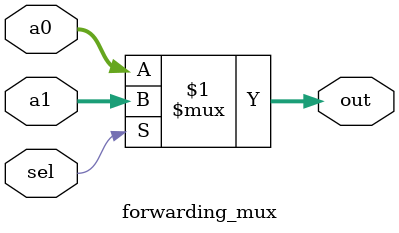
<source format=sv>
module forwarding_mux
	(
	input logic [15:0] a0,
	input logic [15:0] a1,
	input logic sel,
	output logic [15:0] out
	);
	assign out = sel ? a1 : a0; 
	
	//this 2x1 mux takes 16bit inputs

endmodule

</source>
